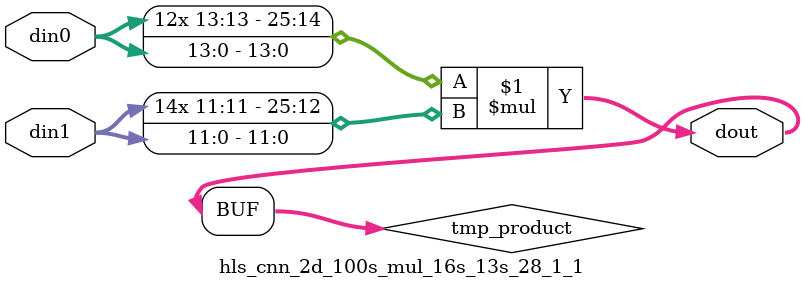
<source format=v>

`timescale 1 ns / 1 ps

  module hls_cnn_2d_100s_mul_16s_13s_28_1_1(din0, din1, dout);
parameter ID = 1;
parameter NUM_STAGE = 0;
parameter din0_WIDTH = 14;
parameter din1_WIDTH = 12;
parameter dout_WIDTH = 26;

input [din0_WIDTH - 1 : 0] din0; 
input [din1_WIDTH - 1 : 0] din1; 
output [dout_WIDTH - 1 : 0] dout;

wire signed [dout_WIDTH - 1 : 0] tmp_product;













assign tmp_product = $signed(din0) * $signed(din1);








assign dout = tmp_product;







endmodule

</source>
